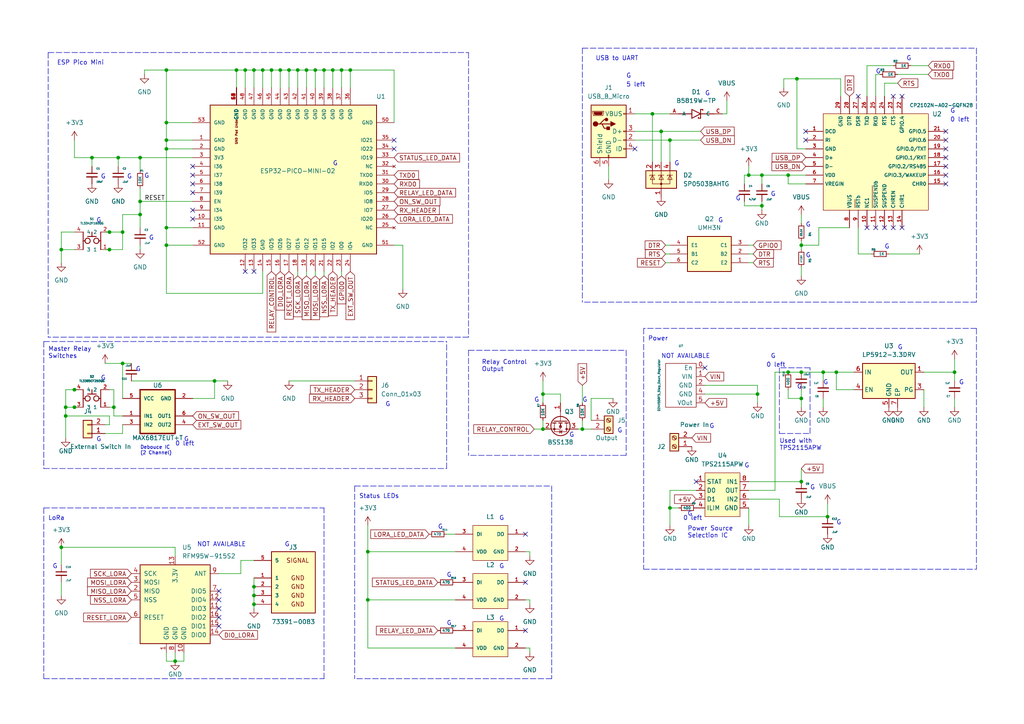
<source format=kicad_sch>
(kicad_sch (version 20211123) (generator eeschema)
  (paper "A4")
  (title_block (title "Kill Switch - Remote") (date "2023-04-12") (rev "1.1") (company "Created by: Greg Hulette") (comment 1 "- LoRa to WiFi Bridge") (comment 2 "- Buttons for Master Relay"))
  (junction (at 220.98 59.69))
  (junction (at 76.2 20.32))
  (junction (at 168.91 124.46))
  (junction (at 33.02 118.11))
  (junction (at 232.41 139.7))
  (junction (at 88.9 20.32))
  (junction (at 157.48 114.3))
  (junction (at 232.41 115.57))
  (junction (at 240.03 149.86))
  (junction (at 48.26 20.32))
  (junction (at 99.06 20.32))
  (junction (at 21.59 113.03))
  (junction (at 228.6 107.95))
  (junction (at 232.41 71.12))
  (junction (at 228.6 50.8))
  (junction (at 48.26 43.18))
  (junction (at 19.05 118.11))
  (junction (at 34.29 45.72))
  (junction (at 62.23 110.49))
  (junction (at 73.66 172.72))
  (junction (at 93.98 20.32))
  (junction (at 17.78 72.39))
  (junction (at 19.05 120.65))
  (junction (at 83.82 20.32))
  (junction (at 48.26 71.12))
  (junction (at 48.26 40.64))
  (junction (at 68.58 20.32))
  (junction (at 231.14 22.86))
  (junction (at 17.78 158.75))
  (junction (at 189.23 33.02))
  (junction (at 71.12 20.32))
  (junction (at 101.6 20.32))
  (junction (at 78.74 20.32))
  (junction (at 48.26 66.04))
  (junction (at 40.64 45.72))
  (junction (at 35.56 67.31))
  (junction (at 40.64 58.42))
  (junction (at 73.66 175.26))
  (junction (at 194.31 40.64))
  (junction (at 86.36 20.32))
  (junction (at 106.68 173.99))
  (junction (at 217.17 50.8))
  (junction (at 35.56 105.41))
  (junction (at 238.76 107.95))
  (junction (at 40.64 62.23))
  (junction (at 73.66 20.32))
  (junction (at 106.68 160.02))
  (junction (at 220.98 50.8))
  (junction (at 242.57 107.95))
  (junction (at 91.44 20.32))
  (junction (at 50.8 191.77))
  (junction (at 191.77 38.1))
  (junction (at 276.86 107.95))
  (junction (at 157.48 124.46))
  (junction (at 81.28 20.32))
  (junction (at 31.75 72.39))
  (junction (at 26.67 45.72))
  (junction (at 48.26 35.56))
  (junction (at 31.75 67.31))
  (junction (at 73.66 170.18))
  (junction (at 194.31 147.32))
  (junction (at 21.59 118.11))
  (junction (at 232.41 107.95))
  (junction (at 96.52 20.32))
  (junction (at 219.71 114.3))
  (no_connect (at 259.08 27.94))
  (no_connect (at 204.47 106.68))
  (no_connect (at 152.4 168.91))
  (no_connect (at 63.5 173.99))
  (no_connect (at 63.5 171.45))
  (no_connect (at 63.5 176.53))
  (no_connect (at 63.5 181.61))
  (no_connect (at 63.5 179.07))
  (no_connect (at 201.93 139.7))
  (no_connect (at 55.88 55.88))
  (no_connect (at 55.88 60.96))
  (no_connect (at 55.88 48.26))
  (no_connect (at 55.88 50.8))
  (no_connect (at 55.88 53.34))
  (no_connect (at 71.12 78.74))
  (no_connect (at 55.88 63.5))
  (no_connect (at 114.3 40.64))
  (no_connect (at 73.66 78.74))
  (no_connect (at 114.3 43.18))
  (no_connect (at 152.4 154.94))
  (no_connect (at 152.4 182.88))
  (no_connect (at 248.92 27.94))
  (no_connect (at 233.68 38.1))
  (no_connect (at 233.68 40.64))
  (no_connect (at 261.62 27.94))
  (no_connect (at 256.54 66.04))
  (no_connect (at 254 66.04))
  (no_connect (at 251.46 66.04))
  (no_connect (at 274.32 53.34))
  (no_connect (at 274.32 38.1))
  (no_connect (at 274.32 40.64))
  (no_connect (at 274.32 43.18))
  (no_connect (at 274.32 45.72))
  (no_connect (at 274.32 48.26))
  (no_connect (at 274.32 50.8))
  (no_connect (at 261.62 66.04))
  (no_connect (at 259.08 66.04))
  (no_connect (at 184.15 43.18))
  (polyline (pts (xy 135.89 15.24) (xy 135.89 97.79)))
  (polyline (pts (xy 102.87 140.97) (xy 160.02 140.97)))
  (polyline (pts (xy 226.06 106.68) (xy 226.06 125.73)))
  (wire (pts (xy 62.23 110.49) (xy 62.23 115.57)))
  (wire (pts (xy 193.04 76.2) (xy 194.31 76.2)))
  (wire (pts (xy 228.6 115.57) (xy 232.41 115.57)))
  (wire (pts (xy 19.05 113.03) (xy 19.05 118.11)))
  (wire (pts (xy 157.48 114.3) (xy 157.48 116.84)))
  (wire (pts (xy 238.76 107.95) (xy 242.57 107.95)))
  (wire (pts (xy 35.56 105.41) (xy 35.56 115.57)))
  (wire (pts (xy 40.64 45.72) (xy 34.29 45.72)))
  (wire (pts (xy 38.1 110.49) (xy 62.23 110.49)))
  (wire (pts (xy 55.88 71.12) (xy 48.26 71.12)))
  (wire (pts (xy 215.9 58.42) (xy 215.9 59.69)))
  (wire (pts (xy 106.68 187.96) (xy 132.08 187.96)))
  (wire (pts (xy 204.47 114.3) (xy 219.71 114.3)))
  (wire (pts (xy 254 27.94) (xy 254 21.59)))
  (wire (pts (xy 232.41 135.89) (xy 232.41 139.7)))
  (wire (pts (xy 256.54 27.94) (xy 256.54 24.13)))
  (wire (pts (xy 33.02 120.65) (xy 35.56 120.65)))
  (wire (pts (xy 224.79 107.95) (xy 228.6 107.95)))
  (polyline (pts (xy 12.7 196.85) (xy 93.98 196.85)))
  (wire (pts (xy 217.17 152.4) (xy 217.17 147.32)))
  (wire (pts (xy 48.26 66.04) (xy 55.88 66.04)))
  (wire (pts (xy 71.12 20.32) (xy 71.12 25.4)))
  (polyline (pts (xy 135.89 101.6) (xy 135.89 132.08)))
  (polyline (pts (xy 12.7 99.06) (xy 129.54 99.06)))
  (polyline (pts (xy 168.91 13.97) (xy 283.21 13.97)))
  (wire (pts (xy 17.78 168.91) (xy 17.78 172.72)))
  (wire (pts (xy 220.98 53.34) (xy 220.98 50.8)))
  (wire (pts (xy 93.98 20.32) (xy 96.52 20.32)))
  (wire (pts (xy 17.78 67.31) (xy 17.78 72.39)))
  (wire (pts (xy 73.66 170.18) (xy 73.66 172.72)))
  (wire (pts (xy 218.44 73.66) (xy 217.17 73.66)))
  (wire (pts (xy 40.64 58.42) (xy 40.64 62.23)))
  (wire (pts (xy 232.41 77.47) (xy 232.41 80.01)))
  (wire (pts (xy 55.88 115.57) (xy 62.23 115.57)))
  (wire (pts (xy 237.49 66.04) (xy 237.49 71.12)))
  (wire (pts (xy 209.55 33.02) (xy 210.82 33.02)))
  (wire (pts (xy 48.26 71.12) (xy 48.26 66.04)))
  (wire (pts (xy 48.26 43.18) (xy 48.26 40.64)))
  (wire (pts (xy 86.36 20.32) (xy 86.36 25.4)))
  (wire (pts (xy 48.26 20.32) (xy 48.26 35.56)))
  (wire (pts (xy 53.34 189.23) (xy 53.34 191.77)))
  (wire (pts (xy 240.03 146.05) (xy 240.03 149.86)))
  (wire (pts (xy 194.31 147.32) (xy 194.31 152.4)))
  (wire (pts (xy 194.31 73.66) (xy 193.04 73.66)))
  (wire (pts (xy 189.23 33.02) (xy 189.23 46.99)))
  (polyline (pts (xy 283.21 95.25) (xy 283.21 165.1)))
  (wire (pts (xy 91.44 20.32) (xy 91.44 25.4)))
  (polyline (pts (xy 12.7 135.89) (xy 129.54 135.89)))
  (wire (pts (xy 88.9 20.32) (xy 91.44 20.32)))
  (wire (pts (xy 40.64 45.72) (xy 40.64 49.53)))
  (wire (pts (xy 106.68 173.99) (xy 106.68 187.96)))
  (polyline (pts (xy 283.21 87.63) (xy 168.91 87.63)))
  (wire (pts (xy 217.17 142.24) (xy 224.79 142.24)))
  (wire (pts (xy 48.26 40.64) (xy 55.88 40.64)))
  (wire (pts (xy 35.56 62.23) (xy 35.56 67.31)))
  (polyline (pts (xy 135.89 97.79) (xy 13.97 97.79)))
  (polyline (pts (xy 135.89 101.6) (xy 181.61 101.6)))
  (wire (pts (xy 228.6 50.8) (xy 220.98 50.8)))
  (wire (pts (xy 31.75 123.19) (xy 30.48 123.19)))
  (wire (pts (xy 168.91 124.46) (xy 171.45 124.46)))
  (wire (pts (xy 21.59 40.64) (xy 21.59 45.72)))
  (wire (pts (xy 201.93 142.24) (xy 194.31 142.24)))
  (wire (pts (xy 153.67 161.29) (xy 153.67 160.02)))
  (wire (pts (xy 215.9 59.69) (xy 220.98 59.69)))
  (wire (pts (xy 30.48 72.39) (xy 31.75 72.39)))
  (polyline (pts (xy 93.98 196.85) (xy 93.98 147.32)))
  (wire (pts (xy 276.86 118.11) (xy 276.86 115.57)))
  (polyline (pts (xy 186.69 95.25) (xy 186.69 165.1)))
  (wire (pts (xy 264.16 19.05) (xy 269.24 19.05)))
  (wire (pts (xy 220.98 58.42) (xy 220.98 59.69)))
  (polyline (pts (xy 12.7 147.32) (xy 93.98 147.32)))
  (wire (pts (xy 232.41 71.12) (xy 232.41 72.39)))
  (wire (pts (xy 55.88 45.72) (xy 40.64 45.72)))
  (wire (pts (xy 86.36 20.32) (xy 88.9 20.32)))
  (wire (pts (xy 26.67 45.72) (xy 21.59 45.72)))
  (wire (pts (xy 162.56 116.84) (xy 162.56 114.3)))
  (wire (pts (xy 62.23 110.49) (xy 66.04 110.49)))
  (wire (pts (xy 17.78 72.39) (xy 21.59 72.39)))
  (wire (pts (xy 73.66 20.32) (xy 76.2 20.32)))
  (wire (pts (xy 153.67 173.99) (xy 152.4 173.99)))
  (polyline (pts (xy 168.91 13.97) (xy 168.91 87.63)))
  (wire (pts (xy 91.44 80.01) (xy 91.44 78.74)))
  (wire (pts (xy 83.82 20.32) (xy 86.36 20.32)))
  (wire (pts (xy 48.26 20.32) (xy 68.58 20.32)))
  (wire (pts (xy 176.53 48.26) (xy 176.53 52.07)))
  (wire (pts (xy 132.08 160.02) (xy 106.68 160.02)))
  (wire (pts (xy 71.12 20.32) (xy 73.66 20.32)))
  (wire (pts (xy 132.08 154.94) (xy 129.54 154.94)))
  (wire (pts (xy 40.64 71.12) (xy 40.64 72.39)))
  (wire (pts (xy 233.68 50.8) (xy 228.6 50.8)))
  (wire (pts (xy 53.34 191.77) (xy 50.8 191.77)))
  (wire (pts (xy 247.65 113.03) (xy 242.57 113.03)))
  (wire (pts (xy 220.98 59.69) (xy 220.98 60.96)))
  (polyline (pts (xy 12.7 147.32) (xy 12.7 196.85)))
  (wire (pts (xy 17.78 158.75) (xy 17.78 163.83)))
  (wire (pts (xy 88.9 80.01) (xy 88.9 78.74)))
  (wire (pts (xy 184.15 40.64) (xy 194.31 40.64)))
  (wire (pts (xy 227.33 22.86) (xy 227.33 25.4)))
  (wire (pts (xy 40.64 54.61) (xy 40.64 58.42)))
  (wire (pts (xy 219.71 114.3) (xy 219.71 116.84)))
  (polyline (pts (xy 181.61 132.08) (xy 135.89 132.08)))
  (wire (pts (xy 50.8 189.23) (xy 50.8 191.77)))
  (wire (pts (xy 81.28 20.32) (xy 83.82 20.32)))
  (wire (pts (xy 238.76 110.49) (xy 238.76 107.95)))
  (wire (pts (xy 22.86 113.03) (xy 21.59 113.03)))
  (wire (pts (xy 194.31 147.32) (xy 196.85 147.32)))
  (wire (pts (xy 48.26 189.23) (xy 48.26 191.77)))
  (wire (pts (xy 237.49 71.12) (xy 232.41 71.12)))
  (wire (pts (xy 267.97 107.95) (xy 276.86 107.95)))
  (wire (pts (xy 101.6 25.4) (xy 101.6 20.32)))
  (wire (pts (xy 76.2 78.74) (xy 76.2 85.09)))
  (wire (pts (xy 31.75 118.11) (xy 33.02 118.11)))
  (wire (pts (xy 30.48 125.73) (xy 35.56 125.73)))
  (wire (pts (xy 194.31 40.64) (xy 194.31 46.99)))
  (wire (pts (xy 48.26 191.77) (xy 50.8 191.77)))
  (wire (pts (xy 17.78 72.39) (xy 17.78 76.2)))
  (wire (pts (xy 31.75 113.03) (xy 33.02 113.03)))
  (wire (pts (xy 210.82 29.21) (xy 210.82 33.02)))
  (wire (pts (xy 167.64 124.46) (xy 168.91 124.46)))
  (wire (pts (xy 76.2 25.4) (xy 76.2 20.32)))
  (wire (pts (xy 26.67 45.72) (xy 26.67 48.26)))
  (wire (pts (xy 217.17 76.2) (xy 218.44 76.2)))
  (wire (pts (xy 73.66 175.26) (xy 73.66 176.53)))
  (wire (pts (xy 231.14 22.86) (xy 227.33 22.86)))
  (wire (pts (xy 219.71 111.76) (xy 219.71 114.3)))
  (wire (pts (xy 86.36 80.01) (xy 86.36 78.74)))
  (wire (pts (xy 157.48 124.46) (xy 160.02 124.46)))
  (wire (pts (xy 96.52 20.32) (xy 96.52 25.4)))
  (wire (pts (xy 226.06 144.78) (xy 226.06 149.86)))
  (wire (pts (xy 31.75 120.65) (xy 19.05 120.65)))
  (wire (pts (xy 73.66 172.72) (xy 73.66 175.26)))
  (wire (pts (xy 73.66 167.64) (xy 73.66 170.18)))
  (wire (pts (xy 106.68 173.99) (xy 132.08 173.99)))
  (wire (pts (xy 168.91 121.92) (xy 168.91 124.46)))
  (wire (pts (xy 194.31 142.24) (xy 194.31 147.32)))
  (wire (pts (xy 68.58 20.32) (xy 68.58 25.4)))
  (wire (pts (xy 35.56 105.41) (xy 38.1 105.41)))
  (wire (pts (xy 153.67 187.96) (xy 152.4 187.96)))
  (wire (pts (xy 106.68 152.4) (xy 106.68 160.02)))
  (wire (pts (xy 232.41 107.95) (xy 238.76 107.95)))
  (wire (pts (xy 228.6 107.95) (xy 232.41 107.95)))
  (wire (pts (xy 41.91 20.32) (xy 48.26 20.32)))
  (wire (pts (xy 22.86 118.11) (xy 21.59 118.11)))
  (polyline (pts (xy 226.06 125.73) (xy 234.95 125.73)))
  (wire (pts (xy 242.57 107.95) (xy 247.65 107.95)))
  (wire (pts (xy 233.68 53.34) (xy 228.6 53.34)))
  (wire (pts (xy 224.79 107.95) (xy 224.79 142.24)))
  (wire (pts (xy 48.26 85.09) (xy 48.26 71.12)))
  (wire (pts (xy 33.02 118.11) (xy 33.02 120.65)))
  (wire (pts (xy 276.86 104.14) (xy 276.86 107.95)))
  (wire (pts (xy 35.56 125.73) (xy 35.56 123.19)))
  (wire (pts (xy 34.29 45.72) (xy 34.29 48.26)))
  (polyline (pts (xy 160.02 140.97) (xy 160.02 196.85)))
  (polyline (pts (xy 181.61 101.6) (xy 181.61 132.08)))
  (wire (pts (xy 184.15 33.02) (xy 189.23 33.02)))
  (wire (pts (xy 232.41 139.7) (xy 217.17 139.7)))
  (wire (pts (xy 99.06 20.32) (xy 101.6 20.32)))
  (wire (pts (xy 114.3 20.32) (xy 101.6 20.32)))
  (wire (pts (xy 78.74 20.32) (xy 78.74 25.4)))
  (wire (pts (xy 35.56 62.23) (xy 40.64 62.23)))
  (polyline (pts (xy 102.87 140.97) (xy 102.87 196.85)))
  (wire (pts (xy 96.52 20.32) (xy 99.06 20.32)))
  (wire (pts (xy 226.06 149.86) (xy 240.03 149.86)))
  (wire (pts (xy 116.84 71.12) (xy 116.84 83.82)))
  (wire (pts (xy 191.77 38.1) (xy 191.77 46.99)))
  (wire (pts (xy 153.67 160.02) (xy 152.4 160.02)))
  (polyline (pts (xy 129.54 135.89) (xy 129.54 99.06)))
  (wire (pts (xy 233.68 43.18) (xy 231.14 43.18)))
  (polyline (pts (xy 186.69 165.1) (xy 283.21 165.1)))
  (wire (pts (xy 153.67 175.26) (xy 153.67 173.99)))
  (wire (pts (xy 162.56 114.3) (xy 157.48 114.3)))
  (wire (pts (xy 81.28 20.32) (xy 81.28 25.4)))
  (wire (pts (xy 248.92 73.66) (xy 252.73 73.66)))
  (wire (pts (xy 35.56 67.31) (xy 35.56 72.39)))
  (wire (pts (xy 41.91 20.32) (xy 41.91 21.59)))
  (wire (pts (xy 251.46 27.94) (xy 251.46 19.05)))
  (wire (pts (xy 88.9 20.32) (xy 88.9 25.4)))
  (wire (pts (xy 232.41 62.23) (xy 232.41 64.77)))
  (wire (pts (xy 254 21.59) (xy 255.27 21.59)))
  (wire (pts (xy 232.41 113.03) (xy 232.41 115.57)))
  (wire (pts (xy 30.48 105.41) (xy 35.56 105.41)))
  (wire (pts (xy 93.98 20.32) (xy 93.98 25.4)))
  (wire (pts (xy 157.48 110.49) (xy 157.48 114.3)))
  (wire (pts (xy 31.75 67.31) (xy 35.56 67.31)))
  (wire (pts (xy 50.8 161.29) (xy 50.8 158.75)))
  (wire (pts (xy 248.92 66.04) (xy 248.92 73.66)))
  (wire (pts (xy 93.98 80.01) (xy 93.98 78.74)))
  (wire (pts (xy 153.67 189.23) (xy 153.67 187.96)))
  (wire (pts (xy 50.8 158.75) (xy 17.78 158.75)))
  (wire (pts (xy 69.85 166.37) (xy 69.85 162.56)))
  (wire (pts (xy 217.17 48.26) (xy 217.17 50.8)))
  (wire (pts (xy 83.82 20.32) (xy 83.82 25.4)))
  (wire (pts (xy 40.64 58.42) (xy 55.88 58.42)))
  (wire (pts (xy 63.5 166.37) (xy 69.85 166.37)))
  (wire (pts (xy 106.68 160.02) (xy 106.68 173.99)))
  (wire (pts (xy 30.48 67.31) (xy 31.75 67.31)))
  (wire (pts (xy 17.78 67.31) (xy 21.59 67.31)))
  (polyline (pts (xy 283.21 13.97) (xy 283.21 87.63)))
  (wire (pts (xy 243.84 27.94) (xy 243.84 22.86)))
  (wire (pts (xy 232.41 69.85) (xy 232.41 71.12)))
  (wire (pts (xy 215.9 50.8) (xy 217.17 50.8)))
  (wire (pts (xy 48.26 43.18) (xy 55.88 43.18)))
  (polyline (pts (xy 12.7 99.06) (xy 12.7 135.89)))
  (wire (pts (xy 168.91 111.76) (xy 168.91 116.84)))
  (wire (pts (xy 91.44 20.32) (xy 93.98 20.32)))
  (wire (pts (xy 19.05 113.03) (xy 21.59 113.03)))
  (wire (pts (xy 217.17 50.8) (xy 220.98 50.8)))
  (wire (pts (xy 73.66 20.32) (xy 73.66 25.4)))
  (wire (pts (xy 114.3 35.56) (xy 114.3 20.32)))
  (wire (pts (xy 171.45 121.92) (xy 171.45 115.57)))
  (polyline (pts (xy 234.95 106.68) (xy 226.06 106.68)))
  (wire (pts (xy 257.81 73.66) (xy 266.7 73.66)))
  (wire (pts (xy 232.41 115.57) (xy 232.41 118.11)))
  (wire (pts (xy 217.17 144.78) (xy 226.06 144.78)))
  (polyline (pts (xy 283.21 95.25) (xy 186.69 95.25)))
  (wire (pts (xy 40.64 62.23) (xy 40.64 66.04)))
  (wire (pts (xy 55.88 35.56) (xy 48.26 35.56)))
  (wire (pts (xy 189.23 33.02) (xy 194.31 33.02)))
  (wire (pts (xy 69.85 162.56) (xy 73.66 162.56)))
  (wire (pts (xy 154.94 124.46) (xy 157.48 124.46)))
  (wire (pts (xy 184.15 38.1) (xy 191.77 38.1)))
  (wire (pts (xy 31.75 120.65) (xy 31.75 123.19)))
  (wire (pts (xy 78.74 20.32) (xy 81.28 20.32)))
  (wire (pts (xy 48.26 35.56) (xy 48.26 40.64)))
  (polyline (pts (xy 160.02 196.85) (xy 102.87 196.85)))
  (wire (pts (xy 215.9 53.34) (xy 215.9 50.8)))
  (wire (pts (xy 83.82 110.49) (xy 102.87 110.49)))
  (wire (pts (xy 19.05 118.11) (xy 19.05 120.65)))
  (wire (pts (xy 34.29 45.72) (xy 26.67 45.72)))
  (wire (pts (xy 157.48 121.92) (xy 157.48 124.46)))
  (wire (pts (xy 260.35 21.59) (xy 269.24 21.59)))
  (wire (pts (xy 191.77 38.1) (xy 203.2 38.1)))
  (wire (pts (xy 48.26 66.04) (xy 48.26 43.18)))
  (wire (pts (xy 231.14 43.18) (xy 231.14 22.86)))
  (polyline (pts (xy 234.95 125.73) (xy 234.95 106.68)))
  (wire (pts (xy 19.05 120.65) (xy 19.05 127)))
  (wire (pts (xy 76.2 20.32) (xy 78.74 20.32)))
  (wire (pts (xy 76.2 85.09) (xy 48.26 85.09)))
  (wire (pts (xy 276.86 110.49) (xy 276.86 107.95)))
  (wire (pts (xy 256.54 24.13) (xy 260.35 24.13)))
  (wire (pts (xy 217.17 71.12) (xy 218.44 71.12)))
  (wire (pts (xy 242.57 113.03) (xy 242.57 107.95)))
  (wire (pts (xy 193.04 71.12) (xy 194.31 71.12)))
  (polyline (pts (xy 13.97 15.24) (xy 135.89 15.24)))
  (wire (pts (xy 228.6 53.34) (xy 228.6 50.8)))
  (wire (pts (xy 237.49 66.04) (xy 246.38 66.04)))
  (wire (pts (xy 204.47 111.76) (xy 219.71 111.76)))
  (wire (pts (xy 33.02 113.03) (xy 33.02 118.11)))
  (wire (pts (xy 238.76 115.57) (xy 238.76 118.11)))
  (wire (pts (xy 31.75 72.39) (xy 35.56 72.39)))
  (wire (pts (xy 251.46 19.05) (xy 259.08 19.05)))
  (wire (pts (xy 68.58 20.32) (xy 71.12 20.32)))
  (wire (pts (xy 243.84 22.86) (xy 231.14 22.86)))
  (wire (pts (xy 194.31 40.64) (xy 203.2 40.64)))
  (wire (pts (xy 267.97 118.11) (xy 267.97 113.03)))
  (wire (pts (xy 99.06 78.74) (xy 99.06 80.01)))
  (wire (pts (xy 99.06 20.32) (xy 99.06 25.4)))
  (wire (pts (xy 171.45 115.57) (xy 177.8 115.57)))
  (wire (pts (xy 114.3 71.12) (xy 116.84 71.12)))
  (wire (pts (xy 19.05 118.11) (xy 21.59 118.11)))
  (polyline (pts (xy 13.97 15.24) (xy 13.97 97.79)))
  (wire (pts (xy 228.6 113.03) (xy 228.6 115.57)))
  (text "G" (at 215.9 135.89 0) (effects (font (size 1.27 1.27)) (justify left bottom)))
  (text "G" (at 15.24 165.1 0) (effects (font (size 1.27 1.27)) (justify left bottom)))
  (text "G" (at 254 21.59 0) (effects (font (size 1.27 1.27)) (justify left bottom)))
  (text "0 left" (at 275.59 35.56 0) (effects (font (size 1.27 1.27)) (justify left bottom)))
  (text "G" (at 39.37 107.95 0) (effects (font (size 1.27 1.27)) (justify left bottom)))
  (text "Power" (at 187.96 99.06 0) (effects (font (size 1.27 1.27)) (justify left bottom)))
  (text "G" (at 96.52 48.26 0) (effects (font (size 1.27 1.27)) (justify left bottom)))
  (text "G" (at 43.18 69.85 0) (effects (font (size 1.27 1.27)) (justify left bottom)))
  (text "G" (at 111.76 118.11 0) (effects (font (size 1.27 1.27)) (justify left bottom)))
  (text "G" (at 41.8215 51.8785 0) (effects (font (size 1.27 1.27)) (justify left bottom)))
  (text "G" (at 205.74 124.46 0) (effects (font (size 1.27 1.27)) (justify left bottom)))
  (text "G" (at 233.68 66.04 0) (effects (font (size 1.27 1.27)) (justify left bottom)))
  (text "G" (at 165.1 127 0) (effects (font (size 1.27 1.27)) (justify left bottom)))
  (text "G" (at 36.83 52.07 0) (effects (font (size 1.27 1.27)) (justify left bottom)))
  (text "G" (at 82.55 158.75 0) (effects (font (size 1.27 1.27)) (justify left bottom)))
  (text "G" (at 223.52 57.15 0) (effects (font (size 1.27 1.27)) (justify left bottom)))
  (text "NOT AVAILABLE" (at 57.15 158.75 0) (effects (font (size 1.27 1.27)) (justify left bottom)))
  (text "G" (at 223.52 104.14 0) (effects (font (size 1.27 1.27)) (justify left bottom)))
  (text "Debouce IC \n(2 Channel)\n" (at 40.64 132.08 0) (effects (font (size 1 1)) (justify left bottom)))
  (text "G" (at 144.78 180.34 0) (effects (font (size 1.27 1.27)) (justify left bottom)))
  (text "G" (at 199.39 149.86 0) (effects (font (size 1.27 1.27)) (justify left bottom)))
  (text "G" (at 242.57 152.4 0) (effects (font (size 1.27 1.27)) (justify left bottom)))
  (text "G" (at 256.54 72.39 0) (effects (font (size 1.27 1.27)) (justify left bottom)))
  (text "ESP Pico Mini" (at 16.51 19.05 0) (effects (font (size 1.27 1.27)) (justify left bottom)))
  (text "G" (at 231.14 113.03 0) (effects (font (size 1.27 1.27)) (justify left bottom)))
  (text "G" (at 208.28 64.77 0) (effects (font (size 1.27 1.27)) (justify left bottom)))
  (text "G" (at 234.95 142.24 0) (effects (font (size 1.27 1.27)) (justify left bottom)))
  (text "G" (at 29.21 110.49 0) (effects (font (size 1.27 1.27)) (justify left bottom)))
  (text "Relay Control\nOutput" (at 139.7 107.95 0) (effects (font (size 1.27 1.27)) (justify left bottom)))
  (text "NOT AVAILABLE" (at 191.77 104.14 0) (effects (font (size 1.27 1.27)) (justify left bottom)))
  (text "G" (at 262.89 17.78 0) (effects (font (size 1.27 1.27)) (justify left bottom)))
  (text "G" (at 27.94 64.77 0) (effects (font (size 1.27 1.27)) (justify left bottom)))
  (text "G" (at 181.61 22.86 0) (effects (font (size 1.27 1.27)) (justify left bottom)))
  (text "G" (at 204.47 27.94 0) (effects (font (size 1.27 1.27)) (justify left bottom)))
  (text "G" (at 179.07 125.73 0) (effects (font (size 1.27 1.27)) (justify left bottom)))
  (text "G" (at 213.36 58.42 0) (effects (font (size 1.27 1.27)) (justify left bottom)))
  (text "Master Relay \nSwitches" (at 13.97 104.14 0) (effects (font (size 1.27 1.27)) (justify left bottom)))
  (text "G" (at 53.34 128.27 0) (effects (font (size 1.27 1.27)) (justify left bottom)))
  (text "0 left" (at 198.12 151.13 0) (effects (font (size 1.27 1.27)) (justify left bottom)))
  (text "5 left" (at 181.61 25.4 0) (effects (font (size 1.27 1.27)) (justify left bottom)))
  (text "G" (at 127 153.67 0) (effects (font (size 1.27 1.27)) (justify left bottom)))
  (text "G" (at 233.68 74.93 0) (effects (font (size 1.27 1.27)) (justify left bottom)))
  (text "G" (at 29.21 52.07 0) (effects (font (size 1.27 1.27)) (justify left bottom)))
  (text "LoRa" (at 13.97 151.13 0) (effects (font (size 1.27 1.27)) (justify left bottom)))
  (text "G" (at 144.78 165.1 0) (effects (font (size 1.27 1.27)) (justify left bottom)))
  (text "G" (at 238.76 111.76 0) (effects (font (size 1.27 1.27)) (justify left bottom)))
  (text "Power Source \nSelection IC" (at 199.39 156.21 0) (effects (font (size 1.27 1.27)) (justify left bottom)))
  (text "G" (at 144.78 151.13 0) (effects (font (size 1.27 1.27)) (justify left bottom)))
  (text "G" (at 129.54 181.61 0) (effects (font (size 1.27 1.27)) (justify left bottom)))
  (text "Status LEDs" (at 104.14 144.78 0) (effects (font (size 1.27 1.27)) (justify left bottom)))
  (text "G" (at 168.91 116.84 0) (effects (font (size 1.27 1.27)) (justify left bottom)))
  (text "Used with \nTPS2115APW" (at 226.06 130.81 0) (effects (font (size 1.27 1.27)) (justify left bottom)))
  (text "G" (at 27.94 128.27 0) (effects (font (size 1.27 1.27)) (justify left bottom)))
  (text "G" (at 129.54 167.64 0) (effects (font (size 1.27 1.27)) (justify left bottom)))
  (text "G" (at 154.94 116.84 0) (effects (font (size 1.27 1.27)) (justify left bottom)))
  (text "G" (at 195.58 48.26 0) (effects (font (size 1.27 1.27)) (justify left bottom)))
  (text "USB to UART" (at 172.72 17.78 0) (effects (font (size 1.27 1.27)) (justify left bottom)))
  (text "G" (at 278.13 111.76 0) (effects (font (size 1.27 1.27)) (justify left bottom)))
  (text "0 left" (at 222.25 106.68 0) (effects (font (size 1.27 1.27)) (justify left bottom)))
  (text "G" (at 260.35 101.6 0) (effects (font (size 1.27 1.27)) (justify left bottom)))
  (text "0 left" (at 50.8 129.54 0) (effects (font (size 1.27 1.27)) (justify left bottom)))
  (text "G" (at 275.59 33.02 0) (effects (font (size 1.27 1.27)) (justify left bottom)))
  (label "RESET" (at 41.91 58.42 0))
  (global_label "+5V" (shape input) (at 201.93 144.78 180) (property "Intersheet References" "${INTERSHEET_REFS}" (effects hide)))
  (global_label "SCK_LORA" (shape input) (at 38.1 166.37 180) (property "Intersheet References" "${INTERSHEET_REFS}" (effects hide)))
  (global_label "EXT_SW_OUT" (shape input) (at 101.6 78.74 270) (property "Intersheet References" "${INTERSHEET_REFS}" (effects hide)))
  (global_label "TXD0" (shape input) (at 114.3 50.8 0) (property "Intersheet References" "${INTERSHEET_REFS}" (effects hide)))
  (global_label "+5V" (shape input) (at 168.91 111.76 90) (property "Intersheet References" "${INTERSHEET_REFS}" (effects hide)))
  (global_label "TXD0" (shape input) (at 269.24 21.59 0) (property "Intersheet References" "${INTERSHEET_REFS}" (effects hide)))
  (global_label "DI0_LORA" (shape input) (at 81.28 78.74 270) (property "Intersheet References" "${INTERSHEET_REFS}" (effects hide)))
  (global_label "+5V" (shape input) (at 232.41 135.89 0) (property "Intersheet References" "${INTERSHEET_REFS}" (effects hide)))
  (global_label "GPIO0" (shape input) (at 218.44 71.12 0) (property "Intersheet References" "${INTERSHEET_REFS}" (effects hide)))
  (global_label "EXT_SW_OUT" (shape input) (at 55.88 123.19 0) (property "Intersheet References" "${INTERSHEET_REFS}" (effects hide)))
  (global_label "MOSI_LORA" (shape input) (at 38.1 168.91 180) (property "Intersheet References" "${INTERSHEET_REFS}" (effects hide)))
  (global_label "NSS_LORA" (shape input) (at 38.1 173.99 180) (property "Intersheet References" "${INTERSHEET_REFS}" (effects hide)))
  (global_label "LORA_LED_DATA" (shape input) (at 114.3 63.5 0) (property "Intersheet References" "${INTERSHEET_REFS}" (effects hide)))
  (global_label "VIN" (shape input) (at 204.47 109.22 0) (property "Intersheet References" "${INTERSHEET_REFS}" (effects hide)))
  (global_label "RELAY_LED_DATA" (shape input) (at 114.3 55.88 0) (property "Intersheet References" "${INTERSHEET_REFS}" (effects hide)))
  (global_label "MISO_LORA" (shape input) (at 38.1 171.45 180) (property "Intersheet References" "${INTERSHEET_REFS}" (effects hide)))
  (global_label "RTS" (shape input) (at 218.44 76.2 0) (property "Intersheet References" "${INTERSHEET_REFS}" (effects hide)))
  (global_label "DTR" (shape input) (at 193.04 71.12 180) (property "Intersheet References" "${INTERSHEET_REFS}" (effects hide)))
  (global_label "GPIO0" (shape input) (at 99.06 80.01 270) (property "Intersheet References" "${INTERSHEET_REFS}" (effects hide)))
  (global_label "USB_DP" (shape input) (at 203.2 38.1 0) (property "Intersheet References" "${INTERSHEET_REFS}" (effects hide)))
  (global_label "USB_DN" (shape input) (at 233.68 48.26 180) (property "Intersheet References" "${INTERSHEET_REFS}" (effects hide)))
  (global_label "RESET_LORA" (shape input) (at 38.1 179.07 180) (property "Intersheet References" "${INTERSHEET_REFS}" (effects hide)))
  (global_label "USB_DN" (shape input) (at 203.2 40.64 0) (property "Intersheet References" "${INTERSHEET_REFS}" (effects hide)))
  (global_label "STATUS_LED_DATA" (shape input) (at 127 168.91 180) (property "Intersheet References" "${INTERSHEET_REFS}" (effects hide)))
  (global_label "VIN" (shape input) (at 200.66 127 0) (property "Intersheet References" "${INTERSHEET_REFS}" (effects hide)))
  (global_label "MISO_LORA" (shape input) (at 88.9 80.01 270) (property "Intersheet References" "${INTERSHEET_REFS}" (effects hide)))
  (global_label "LORA_LED_DATA" (shape input) (at 124.46 154.94 180) (property "Intersheet References" "${INTERSHEET_REFS}" (effects hide)))
  (global_label "RTS" (shape input) (at 193.04 73.66 180) (property "Intersheet References" "${INTERSHEET_REFS}" (effects hide)))
  (global_label "RXD0" (shape input) (at 114.3 53.34 0) (property "Intersheet References" "${INTERSHEET_REFS}" (effects hide)))
  (global_label "RELAY_CONTROL" (shape input) (at 78.74 78.74 270) (property "Intersheet References" "${INTERSHEET_REFS}" (effects hide)))
  (global_label "DTR" (shape input) (at 218.44 73.66 0) (property "Intersheet References" "${INTERSHEET_REFS}" (effects hide)))
  (global_label "RESET_LORA" (shape input) (at 83.82 78.74 270) (property "Intersheet References" "${INTERSHEET_REFS}" (effects hide)))
  (global_label "STATUS_LED_DATA" (shape input) (at 114.3 45.72 0) (property "Intersheet References" "${INTERSHEET_REFS}" (effects hide)))
  (global_label "ON_SW_OUT" (shape input) (at 55.88 120.65 0) (property "Intersheet References" "${INTERSHEET_REFS}" (effects hide)))
  (global_label "RELAY_LED_DATA" (shape input) (at 127 182.88 180) (property "Intersheet References" "${INTERSHEET_REFS}" (effects hide)))
  (global_label "ON_SW_OUT" (shape input) (at 114.3 58.42 0) (property "Intersheet References" "${INTERSHEET_REFS}" (effects hide)))
  (global_label "RESET" (shape input) (at 193.04 76.2 180) (property "Intersheet References" "${INTERSHEET_REFS}" (effects hide)))
  (global_label "+5V" (shape input) (at 204.47 116.84 0) (property "Intersheet References" "${INTERSHEET_REFS}" (effects hide)))
  (global_label "RXD0" (shape input) (at 269.24 19.05 0) (property "Intersheet References" "${INTERSHEET_REFS}" (effects hide)))
  (global_label "RTS" (shape input) (at 260.35 24.13 0) (property "Intersheet References" "${INTERSHEET_REFS}" (effects hide)))
  (global_label "SCK_LORA" (shape input) (at 86.36 80.01 270) (property "Intersheet References" "${INTERSHEET_REFS}" (effects hide)))
  (global_label "DTR" (shape input) (at 246.38 27.94 90) (property "Intersheet References" "${INTERSHEET_REFS}" (effects hide)))
  (global_label "RX_HEADER" (shape input) (at 114.3 60.96 0) (property "Intersheet References" "${INTERSHEET_REFS}" (effects hide)))
  (global_label "USB_DP" (shape input) (at 233.68 45.72 180) (property "Intersheet References" "${INTERSHEET_REFS}" (effects hide)))
  (global_label "TX_HEADER" (shape input) (at 102.87 113.03 180) (property "Intersheet References" "${INTERSHEET_REFS}" (effects hide)))
  (global_label "TX_HEADER" (shape input) (at 96.52 78.74 270) (property "Intersheet References" "${INTERSHEET_REFS}" (effects hide)))
  (global_label "NSS_LORA" (shape input) (at 93.98 80.01 270) (property "Intersheet References" "${INTERSHEET_REFS}" (effects hide)))
  (global_label "RX_HEADER" (shape input) (at 102.87 115.57 180) (property "Intersheet References" "${INTERSHEET_REFS}" (effects hide)))
  (global_label "MOSI_LORA" (shape input) (at 91.44 80.01 270) (property "Intersheet References" "${INTERSHEET_REFS}" (effects hide)))
  (global_label "DI0_LORA" (shape input) (at 63.5 184.15 0) (property "Intersheet References" "${INTERSHEET_REFS}" (effects hide)))
  (global_label "RELAY_CONTROL" (shape input) (at 154.94 124.46 180) (property "Intersheet References" "${INTERSHEET_REFS}" (effects hide)))
  (symbol (lib_id "power:GND") (at 41.91 21.59 0) (unit 1)
    (property "Reference" "#PWR0136" (effects hide))
    (property "Value" "GND" (at 41.91 26.67 0))
  )
  (symbol (lib_id "power:GND") (at 217.17 152.4 0) (unit 1)
    (property "Reference" "#PWR0110" (effects hide))
    (property "Value" "GND" (at 217.17 156.21 0))
  )
  (symbol (lib_id "power:GND") (at 227.33 25.4 0) (unit 1)
    (property "Reference" "#PWR0108" (effects hide))
    (property "Value" "GND" (at 227.33 30.48 0))
  )
  (symbol (lib_id "LED:WS2812B-2020") (at 142.24 157.48 0) (unit 1)
    (property "Reference" "L1" (at 142.24 149.86 0))
    (property "Value" "WS2812B-2020" (effects hide))
    (property "Footprint" "Custom:WS2812B-2020" (effects hide))
    (property "Manufacturers Name" "Worldsemi" (effects hide))
    (property "Manufacturers Part Number" "WS2812B-2020" (effects hide))
    (property "LCSC" "C965555" (effects hide))
  )
  (symbol (lib_id "Device:C_Small") (at 40.64 68.58 0) (unit 1)
    (property "Reference" "C3" (at 41.91 66.6813 0) (effects (font (size 0.5 0.5)) (justify left)))
    (property "Value" ".1uF" (at 41.91 70.4913 0) (effects (font (size 0.5 0.5)) (justify left)))
    (property "Footprint" "Capacitor_SMD:C_0402_1005Metric" (effects hide))
    (property "Datasheet" "https://www.we-online.com/katalog/datasheet/885012206020.pdf" (effects hide))
    (property "Manufacturers Name" " Samsung Electro-Mechanics" (effects hide))
    (property "Manufacturers Part Number" "CL05B104KB54PNC" (effects hide))
    (property "LCSC" "C307331" (effects hide))
  )
  (symbol (lib_id "power:GND") (at 220.98 60.96 0) (unit 1)
    (property "Reference" "#PWR0105" (effects hide))
    (property "Value" "GND" (at 220.98 64.77 0))
  )
  (symbol (lib_id "Device:C_Small") (at 220.98 55.88 0) (unit 1)
    (property "Reference" "C5" (at 222.25 53.9813 0) (effects (font (size 0.5 0.5)) (justify left)))
    (property "Value" ".1uF" (at 222.25 57.7913 0) (effects (font (size 0.5 0.5)) (justify left)))
    (property "Footprint" "Capacitor_SMD:C_0402_1005Metric" (effects hide))
    (property "Datasheet" "https://www.we-online.com/katalog/datasheet/885012206020.pdf" (effects hide))
    (property "Manufacturers Name" "Samsung Electro-Mechanics" (effects hide))
    (property "Manufacturers Part Number" "CL05B104KB54PNC" (effects hide))
    (property "LCSC" "C307331" (effects hide))
  )
  (symbol (lib_id "Device:R_Small") (at 129.54 182.88 270) (unit 1)
    (property "Reference" "R17" (at 130.8101 181.61 90) (effects (font (size 0.5 0.5)) (justify left)))
    (property "Value" "470" (at 128.2701 182.88 90) (effects (font (size 0.75 0.75)) (justify left)))
    (property "Footprint" "Resistor_SMD:R_0402_1005Metric" (effects hide))
    (property "Datasheet" "https://www.yageo.com/upload/media/product/productsearch/datasheet/rchip/PYu-RC_Group_51_RoHS_L_12.pdf" (effects hide))
    (property "Manufacturers Name" "YAGEO" (effects hide))
    (property "Manufacturers Part Number" "RT0402BRD07470RL" (effects hide))
    (property "LCSC" "C852799" (effects hide))
  )
  (symbol (lib_id "power:GND") (at 66.04 110.49 0) (unit 1)
    (property "Reference" "#PWR0127" (effects hide))
    (property "Value" "GND" (at 66.04 115.57 0))
  )
  (symbol (lib_id "power:GND") (at 177.8 115.57 0) (unit 1)
    (property "Reference" "#PWR0142" (effects hide))
    (property "Value" "GND" (at 177.8 119.38 0))
  )
  (symbol (lib_id "Regulator_Linear:LP5912-3.3DRV") (at 257.81 110.49 0) (unit 1)
    (property "Reference" "U3" (at 257.81 100.33 0))
    (property "Value" "LP5912-3.3DRV" (at 257.81 102.87 0))
    (property "Footprint" "Package_SON:WSON-6-1EP_2x2mm_P0.65mm_EP1x1.6mm_ThermalVias" (effects hide))
    (property "Datasheet" "http://www.ti.com/lit/ds/symlink/lp5912.pdf" (effects hide))
    (property "Manufacturers Name" "Texas Instruments" (effects hide))
    (property "Manufacturers Part Number" "LP5912Q3.3DRVTQ1" (effects hide))
    (property "LCSC" "C2876187" (effects hide))
  )
  (symbol (lib_id "Device:R_Small") (at 129.54 168.91 270) (unit 1)
    (property "Reference" "R16" (at 130.8101 167.64 90) (effects (font (size 0.5 0.5)) (justify left)))
    (property "Value" "470" (at 128.2701 168.91 90) (effects (font (size 0.75 0.75)) (justify left)))
    (property "Footprint" "Resistor_SMD:R_0402_1005Metric" (effects hide))
    (property "Datasheet" "https://www.yageo.com/upload/media/product/productsearch/datasheet/rchip/PYu-RC_Group_51_RoHS_L_12.pdf" (effects hide))
    (property "Manufacturers Name" "YAGEO" (effects hide))
    (property "Manufacturers Part Number" "RT0402BRD07470RL" (effects hide))
    (property "LCSC" "C852799" (effects hide))
  )
  (symbol (lib_id "Device:C_Small") (at 240.03 152.4 0) (unit 1)
    (property "Reference" "C12" (at 241.3 150.5013 0) (effects (font (size 0.5 0.5)) (justify left)))
    (property "Value" ".1uF" (at 241.3 154.3113 0) (effects (font (size 0.5 0.5)) (justify left)))
    (property "Footprint" "Capacitor_SMD:C_0402_1005Metric" (effects hide))
    (property "Datasheet" "https://www.we-online.com/katalog/datasheet/885012206020.pdf" (effects hide))
    (property "Manufacturers Name" "Samsung Electro-Mechanics" (effects hide))
    (property "Manufacturers Part Number" "CL05B104KB54PNC" (effects hide))
    (property "LCSC" "C307331" (effects hide))
  )
  (symbol (lib_id "power:+3.3V") (at 106.68 152.4 0) (unit 1)
    (property "Reference" "#PWR0130" (effects hide))
    (property "Value" "+3.3V" (at 106.68 147.32 0))
  )
  (symbol (lib_id "power:GND") (at 257.81 118.11 0) (unit 1)
    (property "Reference" "#PWR0121" (effects hide))
    (property "Value" "GND" (at 257.81 121.92 0))
  )
  (symbol (lib_id "power:GND") (at 153.67 175.26 0) (unit 1)
    (property "Reference" "#PWR0128" (effects hide))
    (property "Value" "GND" (at 153.67 180.34 0))
  )
  (symbol (lib_id "power:GND") (at 191.77 57.15 0) (unit 1)
    (property "Reference" "#PWR0103" (effects hide))
    (property "Value" "GND" (at 191.77 62.23 0))
  )
  (symbol (lib_id "Custom:CP2102N-A02-GQFN28") (at 254 45.72 0) (unit 1)
    (property "Reference" "U2" (at 271.78 33.0706 0))
    (property "Value" "CP2102N-A02-GQFN28" (at 273.05 30.5307 0) (effects (font (size 1.016 1.016))))
    (property "Footprint" "Package_DFN_QFN:QFN-28-1EP_5x5mm_P0.5mm_EP3.35x3.35mm" (effects hide))
    (property "Manufacturers Name" "Silicon Labs" (effects hide))
    (property "Manufacturers Part Number" "CP2102N-A02-GQFN28" (effects hide))
    (property "Digikey Part Number" "336-5889-ND" (effects hide))
    (property "Mouser Part Number" "634-CP2102NA02GQFN28 " (effects hide))
    (property "LCSC" "C1550553" (effects hide))
  )
  (symbol (lib_id "Device:R_Small") (at 232.41 74.93 0) (unit 1)
    (property "Reference" "R5" (at 234.95 76.1999 90) (effects (font (size 0.6 0.6)) (justify left)))
    (property "Value" "47.5K" (at 232.41 76.1999 90) (effects (font (size 0.5 0.5)) (justify left)))
    (property "Footprint" "Resistor_SMD:R_0402_1005Metric" (effects hide))
    (property "Datasheet" "https://www.yageo.com/upload/media/product/productsearch/datasheet/rchip/PYu-RC_Group_51_RoHS_L_12.pdf" (effects hide))
    (property "Manufacturers Name" "YAGEO" (effects hide))
    (property "Manufacturers Part Number" "RC0402FR-0747K5L" (effects hide))
    (property "Digikey Part Number" "311-47.5KLRCT-ND" (effects hide))
    (property "Mouser Part Number" "603-RC0402FR-0747K5L " (effects hide))
    (property "LCSC" "C137974" (effects hide))
  )
  (symbol (lib_id "power:+3.3V") (at 30.48 105.41 0) (unit 1)
    (property "Reference" "#PWR0132" (effects hide))
    (property "Value" "+3.3V" (at 30.48 100.33 0))
  )
  (symbol (lib_id "power:GND") (at 50.8 191.77 0) (unit 1)
    (property "Reference" "#PWR0141" (effects hide))
    (property "Value" "GND" (at 50.8 195.58 0))
  )
  (symbol (lib_id "power:VBUS") (at 240.03 146.05 0) (unit 1)
    (property "Reference" "#PWR0118" (effects hide))
    (property "Value" "VBUS" (at 240.03 140.97 0))
  )
  (symbol (lib_id "Power_Protection:SP0503BAHT") (at 191.77 52.07 0) (unit 1)
    (property "Reference" "D2" (at 198.12 50.7999 0) (effects (justify left)))
    (property "Value" "SP0503BAHTG" (at 198.12 53.3399 0) (effects (justify left)))
    (property "Footprint" "Package_TO_SOT_SMD:SOT-143" (effects hide))
    (property "Datasheet" "http://www.littelfuse.com/~/media/files/littelfuse/technical%20resources/documents/data%20sheets/sp05xxba.pdf" (effects hide))
    (property "Manufacturers Name" "Littelfuse Inc." (effects hide))
    (property "Manufacturers Part Number" "SP0503BAHTG" (effects hide))
    (property "Digikey Part Number" "F2715CT-ND" (effects hide))
    (property "Mouser Part Number" "576-SP0503BAHTG " (effects hide))
    (property "LCSC" "C7074" (effects hide))
  )
  (symbol (lib_id "Custom:TPS2115APW") (at 209.55 142.24 0) (unit 1)
    (property "Reference" "U4" (at 209.55 132.08 0))
    (property "Value" "TPS2115APW" (at 209.55 134.62 0))
    (property "Footprint" "Package_SO:TSSOP-8_4.4x3mm_P0.65mm" (effects hide))
    (property "Datasheet" "https://www.ti.com/general/docs/suppproductinfo.tsp?distId=10&gotoUrl=https%3A%2F%2Fwww.ti.com%2Flit%2Fgpn%2Ftps2114a" (effects hide))
    (property "Manufacturers Name" "Texas Instruments" (effects hide))
    (property "Manufacturers Part Number" "TPS2115APWR" (effects hide))
    (property "Digikey Part Number" "296-26918-5-ND" (effects hide))
    (property "Mouser Part Number" "595-TPS2115APW " (effects hide))
    (property "LCSC" "C70287" (effects hide))
  )
  (symbol (lib_id "power:GND") (at 232.41 80.01 0) (unit 1)
    (property "Reference" "#PWR0104" (effects hide))
    (property "Value" "GND" (at 232.41 85.09 0))
  )
  (symbol (lib_id "power:GND") (at 267.97 118.11 0) (unit 1)
    (property "Reference" "#PWR0119" (effects hide))
    (property "Value" "GND" (at 267.97 121.92 0))
  )
  (symbol (lib_id "Connector:Screw_Terminal_01x02") (at 176.53 121.92 0) (unit 1)
    (property "Reference" "J5" (at 179.07 121.9199 0) (effects (justify left)))
    (property "Value" "Output" (at 172.72 126.9999 0) (effects (justify left)))
    (property "Footprint" "TerminalBlock:TerminalBlock_bornier-2_P5.08mm" (effects hide))
    (property "Manufacturers Name" "Ningbo Kangnex Elec" (effects hide))
    (property "Manufacturers Part Number" "WJ500V-5.08-2P " (effects hide))
    (property "LCSC" "C8465" (effects hide))
  )
  (symbol (lib_id "power:GND") (at 260.35 118.11 0) (unit 1)
    (property "Reference" "#PWR0120" (effects hide))
    (property "Value" "GND" (at 260.35 121.92 0))
  )
  (symbol (lib_id "power:GND") (at 40.64 72.39 0) (unit 1)
    (property "Reference" "#PWR0138" (effects hide))
    (property "Value" "GND" (at 40.64 77.47 0))
  )
  (symbol (lib_id "power:+3.3V") (at 17.78 158.75 0) (unit 1)
    (property "Reference" "#PWR0123" (effects hide))
    (property "Value" "+3.3V" (at 17.78 153.67 0))
  )
  (symbol (lib_id "Device:C_Small") (at 26.67 50.8 0) (unit 1)
    (property "Reference" "C1" (at 27.94 48.9013 0) (effects (font (size 0.5 0.5)) (justify left)))
    (property "Value" "10uF" (at 27.94 52.7113 0) (effects (font (size 0.5 0.5)) (justify left)))
    (property "Footprint" "Capacitor_SMD:C_0805_2012Metric" (effects hide))
    (property "Datasheet" "https://www.we-online.com/katalog/datasheet/885012107014.pdf" (effects hide))
    (property "Manufacturers Name" "Würth Elektronik" (effects hide))
    (property "Manufacturers Part Number" "CS2012X7R106K100NRE" (effects hide))
    (property "LCSC" "C1222438" (effects hide))
    (property "Manufacturer's Part Number" "CS2012X7R106K100NRE" (effects hide))
  )
  (symbol (lib_id "Device:C_Small") (at 232.41 142.24 0) (unit 1)
    (property "Reference" "C9" (at 233.68 140.3413 0) (effects (font (size 0.5 0.5)) (justify left)))
    (property "Value" ".1uF" (at 233.68 144.1513 0) (effects (font (size 0.5 0.5)) (justify left)))
    (property "Footprint" "Capacitor_SMD:C_0402_1005Metric" (effects hide))
    (property "Manufacturers Name" "Samsung Electro-Mechanics" (effects hide))
    (property "Manufacturers Part Number" "CL05B104KB54PNC" (effects hide))
    (property "LCSC" "C307331 " (effects hide))
  )
  (symbol (lib_id "Device:C_Small") (at 17.78 166.37 0) (unit 1)
    (property "Reference" "C10" (at 19.05 164.4713 0) (effects (font (size 0.5 0.5)) (justify left)))
    (property "Value" ".1uF" (at 19.05 168.2813 0) (effects (font (size 0.5 0.5)) (justify left)))
    (property "Footprint" "Capacitor_SMD:C_0402_1005Metric" (effects hide))
    (property "Datasheet" "https://www.we-online.com/katalog/datasheet/885012206020.pdf" (effects hide))
    (property "Manufacturers Name" "Samsung Electro-Mechanics" (effects hide))
    (property "Manufacturers Part Number" "CL05B104KB54PNC" (effects hide))
    (property "LCSC" "C307331" (effects hide))
  )
  (symbol (lib_id "power:GND") (at 238.76 118.11 0) (unit 1)
    (property "Reference" "#PWR0116" (effects hide))
    (property "Value" "GND" (at 238.76 121.92 0))
  )
  (symbol (lib_id "Device:C_Small") (at 276.86 113.03 180) (unit 1)
    (property "Reference" "C7" (at 275.59 114.9287 0) (effects (font (size 0.5 0.5)) (justify left)))
    (property "Value" "1uF" (at 275.59 111.1187 0) (effects (font (size 0.5 0.5)) (justify left)))
    (property "Footprint" "Capacitor_SMD:C_0603_1608Metric" (effects hide))
    (property "Manufacturers Name" "Murata Electronics" (effects hide))
    (property "Manufacturers Part Number" "GRM188B31H105KAALD" (effects hide))
    (property "LCSC" "C913562" (effects hide))
  )
  (symbol (lib_id "Device:R_Small") (at 257.81 21.59 90) (unit 1)
    (property "Reference" "R3" (at 256.5399 20.32 90) (effects (font (size 0.6 0.6)) (justify left)))
    (property "Value" "1K" (at 259.0799 21.59 90) (effects (font (size 0.75 0.75)) (justify left)))
    (property "Footprint" "Resistor_SMD:R_0402_1005Metric" (effects hide))
    (property "Datasheet" "https://www.yageo.com/upload/media/product/productsearch/datasheet/rchip/PYu-RC_Group_51_RoHS_L_12.pdf" (effects hide))
    (property "Manufacturers Name" "YAGEO" (effects hide))
    (property "Manufacturers Part Number" "RC0402JR-071KL" (effects hide))
    (property "Digikey Part Number" "311-1.0KJRCT-ND" (effects hide))
    (property "Mouser Part Number" "603-RC0402JR-071KL " (effects hide))
    (property "LCSC" "C105637" (effects hide))
  )
  (symbol (lib_id "power:GND") (at 276.86 118.11 0) (unit 1)
    (property "Reference" "#PWR0112" (effects hide))
    (property "Value" "GND" (at 276.86 121.92 0))
  )
  (symbol (lib_id "Device:C_Small") (at 238.76 113.03 180) (unit 1)
    (property "Reference" "C6" (at 237.49 114.9287 0) (effects (font (size 0.5 0.5)) (justify left)))
    (property "Value" "1uF" (at 237.49 111.1187 0) (effects (font (size 0.5 0.5)) (justify left)))
    (property "Footprint" "Capacitor_SMD:C_0603_1608Metric" (effects hide))
    (property "Manufacturers Name" "Murata Electronics" (effects hide))
    (property "Manufacturers Part Number" "GRM188B31H105KAALD" (effects hide))
    (property "LCSC" "C913562" (effects hide))
  )
  (symbol (lib_id "Device:R_Small") (at 255.27 73.66 90) (unit 1)
    (property "Reference" "R6" (at 253.9999 72.39 90) (effects (font (size 0.6 0.6)) (justify left)))
    (property "Value" "1K" (at 256.5399 73.66 90) (effects (font (size 0.75 0.75)) (justify left)))
    (property "Footprint" "Resistor_SMD:R_0402_1005Metric" (effects hide))
    (property "Datasheet" "https://www.yageo.com/upload/media/product/productsearch/datasheet/rchip/PYu-RC_Group_51_RoHS_L_12.pdf" (effects hide))
    (property "Manufacturers Name" "YAGEO" (effects hide))
    (property "Manufacturers Part Number" "RC0402JR-071KL" (effects hide))
    (property "Digikey Part Number" "311-1.0KJRCT-ND" (effects hide))
    (property "Mouser Part Number" "603-RC0402JR-071KL " (effects hide))
    (property "LCSC" "C105637" (effects hide))
  )
  (symbol (lib_id "Transistor_FET:BSS138") (at 162.56 121.92 270) (unit 1)
    (property "Reference" "Q3" (at 165.1 119.38 90))
    (property "Value" "BSS138" (at 162.56 128.27 90))
    (property "Footprint" "Package_TO_SOT_SMD:SOT-23" (effects hide))
    (property "Datasheet" "https://www.onsemi.com/pub/Collateral/BSS138-D.PDF" (effects hide))
    (property "Manufacturers Name" "Jiangsu Changjin Electronics Technolody Co. Ltd" (effects hide))
    (property "Manufacturers Part Number" "BSS138" (effects hide))
    (property "LCSC" "C78284" (effects hide))
  )
  (symbol (lib_id "power:VBUS") (at 232.41 62.23 0) (unit 1)
    (property "Reference" "#PWR0109" (effects hide))
    (property "Value" "VBUS" (at 232.41 57.15 0))
  )
  (symbol (lib_id "power:GND") (at 17.78 172.72 0) (unit 1)
    (property "Reference" "#PWR0131" (effects hide))
    (property "Value" "GND" (at 17.78 177.8 0))
  )
  (symbol (lib_id "Connector:USB_B_Micro") (at 176.53 38.1 0) (unit 1)
    (property "Reference" "J1" (at 176.53 25.4 0))
    (property "Value" "USB_B_Micro" (at 176.53 27.94 0))
    (property "Footprint" "Connector_USB:USB_Micro-B_Amphenol_10118194_Horizontal" (effects hide))
    (property "Datasheet" "https://www.amphenol-cs.com/media/wysiwyg/files/drawing/10118194.pdf" (effects hide))
    (property "Manufacturers Name" "Amphenol ICC (FCI)" (effects hide))
    (property "Manufacturers Part Number" "10118194-0001LF" (effects hide))
    (property "Digikey Part Number" "609-4618-1-ND" (effects hide))
    (property "Mouser Part Number" "649-10118194-0001LF " (effects hide))
    (property "LCSC" "C132563" (effects hide))
  )
  (symbol (lib_id "RF_Module:RFM95W-915S2") (at 50.8 173.99 0) (unit 1)
    (property "Reference" "U5" (at 52.8194 158.75 0) (effects (justify left)))
    (property "Value" "RFM95W-915S2" (at 52.8194 161.29 0) (effects (justify left)))
    (property "Footprint" "Custom:RFM95W-915S2" (effects hide))
    (property "Datasheet" "https://www.hoperf.com/data/upload/portal/20181127/5bfcbea20e9ef.pdf" (effects hide))
    (property "Manufacturers Name" "RF Solutions" (effects hide))
    (property "Manufacturers Part Number" "RFM95W-915S2" (effects hide))
    (property "Digikey Part Number" "RFM95W-915S2-ND" (effects hide))
    (property "Mouser Part Number" "223-RFM95W-915S2 " (effects hide))
    (property "LCSC" "-----" (effects hide))
  )
  (symbol (lib_id "Custom:MAX6817EUT+T") (at 45.72 118.11 0) (unit 1)
    (property "Reference" "U6" (at 45.72 111.76 0))
    (property "Value" "MAX6817EUT+T" (at 45.72 127 0))
    (property "Footprint" "Custom:SOT95P280X145-6N" (effects hide))
    (property "Datasheet" "https://www.analog.com/media/en/technical-documentation/data-sheets/MAX6816-MAX6818.pdf" (effects hide))
    (property "PACKAGE" "SOT23-6" (effects hide))
    (property "MPN" "MAX6817EUT+T" (effects hide))
    (property "OC_NEWARK" "68K9458" (effects hide))
    (property "OC_FARNELL" "1299771" (effects hide))
    (property "SUPPLIER" "Maxim" (effects hide))
    (property "Manufacturer" "Analog Devices Inc./Maxim Integrated" (effects hide))
    (property "Manufacturer's Part Number" "MAX6817EUT+T" (effects hide))
    (property "LCSC" "C516788" (effects hide))
  )
  (symbol (lib_id "power:GND") (at 17.78 76.2 0) (unit 1)
    (property "Reference" "#PWR0139" (effects hide))
    (property "Value" "GND" (at 17.78 81.28 0))
  )
  (symbol (lib_id "Device:R_Small") (at 199.39 147.32 270) (unit 1)
    (property "Reference" "R9" (at 200.6601 146.05 90) (effects (font (size 0.5 0.5)) (justify left)))
    (property "Value" "400" (at 198.1201 147.32 90) (effects (font (size 0.75 0.75)) (justify left)))
    (property "Footprint" "Resistor_SMD:R_0402_1005Metric" (effects hide))
    (property "Manufacturers Name" "Meritek" (effects hide))
    (property "Manufacturers Part Number" "CR204000F" (effects hide))
    (property "LCSC" "C4044825" (effects hide))
  )
  (symbol (lib_id "Connector_Generic:Conn_01x03") (at 107.95 113.03 0) (unit 1)
    (property "Reference" "J6" (at 110.49 111.7599 0) (effects (justify left)))
    (property "Value" "Conn_01x03" (at 110.49 114.2999 0) (effects (justify left)))
    (property "Footprint" "Connector_Molex:Molex_KK-254_AE-6410-03A_1x03_P2.54mm_Vertical" (effects hide))
    (property "LCSC" "C471416" (effects hide))
    (property "Manufacturer" "MOLEX" (effects hide))
    (property "Manufacturer's Part Number" "22272031" (effects hide))
  )
  (symbol (lib_id "Device:C_Small") (at 34.29 50.8 0) (unit 1)
    (property "Reference" "C2" (at 35.56 48.9013 0) (effects (font (size 0.5 0.5)) (justify left)))
    (property "Value" ".1uF" (at 35.56 52.7113 0) (effects (font (size 0.5 0.5)) (justify left)))
    (property "Footprint" "Capacitor_SMD:C_0402_1005Metric" (effects hide))
    (property "Datasheet" "https://www.we-online.com/katalog/datasheet/885012206020.pdf" (effects hide))
    (property "Manufacturers Name" " Samsung Electro-Mechanics" (effects hide))
    (property "Manufacturers Part Number" "CL05B104KB54PNC" (effects hide))
    (property "LCSC" "C307331" (effects hide))
  )
  (symbol (lib_id "Device:R_Small") (at 228.6 110.49 0) (unit 1)
    (property "Reference" "R10" (at 227.33 109.2199 90) (effects (font (size 0.5 0.5)) (justify left)))
    (property "Value" "400" (at 228.6 111.7599 90) (effects (font (size 0.75 0.75)) (justify left)))
    (property "Footprint" "Resistor_SMD:R_0402_1005Metric" (effects hide))
    (property "Manufacturers Name" "Meritek" (effects hide))
    (property "Manufacturers Part Number" "CR204000F" (effects hide))
    (property "LCSC" "C4044825" (effects hide))
  )
  (symbol (lib_id "Device:R_Small") (at 232.41 67.31 0) (unit 1)
    (property "Reference" "R4" (at 234.95 68.5799 90) (effects (font (size 0.6 0.6)) (justify left)))
    (property "Value" "22.1K" (at 232.41 68.5799 90) (effects (font (size 0.5 0.5)) (justify left)))
    (property "Footprint" "Resistor_SMD:R_0402_1005Metric" (effects hide))
    (property "Datasheet" "https://www.yageo.com/upload/media/product/productsearch/datasheet/rchip/PYu-RC_Group_51_RoHS_L_12.pdf" (effects hide))
    (property "Manufacturers Name" "YAGEO" (effects hide))
    (property "Manufacturers Part Number" "RC0402JR-0722KL" (effects hide))
    (property "Digikey Part Number" "311-22KJRCT-ND" (effects hide))
    (property "Mouser Part Number" "603-RC0402JR-0722KL " (effects hide))
    (property "LCSC" "C137898" (effects hide))
  )
  (symbol (lib_id "Custom:UMH3N") (at 194.31 71.12 0) (unit 1)
    (property "Reference" "Q2" (at 205.74 63.5 0))
    (property "Value" "UMH3N" (at 205.74 66.04 0))
    (property "Footprint" "Custom:SOT65P230X110-6N" (effects hide))
    (property "Datasheet" "https://www.mouser.com/datasheet/2/348/umh3ntn-e-1872947.pdf" (effects hide))
    (property "MANUFACTURER_PART_NUMBER" "UMH3N" (effects hide))
    (property "MANUFACTURER_NAME" "Changjiang Electronics Tech (CJ)" (effects hide))
    (property "HEIGHT" "1.1mm" (effects hide))
    (property "DESCRIPTION" "2 NPN pre-biased (Dual) 100mA 50V SC-70-6(SOT-363) Digital Transistors RoHS" (effects hide))
    (property "Manufacturers Name" "ROHM Semiconductor" (effects hide))
    (property "Manufacturers Part Number" "UMH3NTN " (effects hide))
    (property "Digikey Part Number" "UMH3NTNCT-ND" (effects hide))
    (property "Mouser Part Number" "755-UMH3NTN " (effects hide))
    (property "LCSC" "C123008" (effects hide))
  )
  (symbol (lib_id "power:GND") (at 73.66 176.53 0) (unit 1)
    (property "Reference" "#PWR0140" (effects hide))
    (property "Value" "GND" (at 73.66 181.61 0))
  )
  (symbol (lib_id "Pololu:D24V550F5_Step_Down_Regulator") (at 198.12 111.76 0) (unit 1)
    (property "Reference" "U7" (at 197.485 100.33 0) (effects (font (size 0.6 0.6))))
    (property "Value" "D24V550F5_Step_Down_Regulator" (at 191.135 111.76 90) (effects (font (size 0.6 0.6))))
    (property "Footprint" "Pololu:VoltageREG_2851" (effects hide))
    (property "Manufacturers Name" "Pololu" (effects hide))
    (property "Manufacturers Part Number" "D24V50F5" (effects hide))
    (property "Digikey Part Number" "-----" (effects hide))
    (property "Mouser Part Number" "-----" (effects hide))
    (property "LCSC" "-----" (effects hide))
  )
  (symbol (lib_id "power:GND") (at 26.67 53.34 0) (unit 1)
    (property "Reference" "#PWR0134" (effects hide))
    (property "Value" "GND" (at 26.67 58.42 0))
  )
  (symbol (lib_id "Device:R_Small") (at 261.62 19.05 90) (unit 1)
    (property "Reference" "R2" (at 260.3499 17.78 90) (effects (font (size 0.6 0.6)) (justify left)))
    (property "Value" "1K" (at 262.8899 19.05 90) (effects (font (size 0.75 0.75)) (justify left)))
    (property "Footprint" "Resistor_SMD:R_0402_1005Metric" (effects hide))
    (property "Datasheet" "https://www.yageo.com/upload/media/product/productsearch/datasheet/rchip/PYu-RC_Group_51_RoHS_L_12.pdf" (effects hide))
    (property "Manufacturers Name" "YAGEO" (effects hide))
    (property "Manufacturers Part Number" "RC0402JR-071KL" (effects hide))
    (property "Digikey Part Number" "311-1.0KJRCT-ND" (effects hide))
    (property "Mouser Part Number" "603-RC0402JR-071KL " (effects hide))
    (property "LCSC" "C105637" (effects hide))
  )
  (symbol (lib_id "Custom:B5819W-TP") (at 201.93 33.02 0) (unit 1)
    (property "Reference" "D1" (at 201.93 26.67 0))
    (property "Value" "B5819W-TP" (at 201.93 29.21 0))
    (property "Footprint" "Custom:SOD3716X135N" (effects hide))
    (property "Datasheet" "https://www.mccsemi.com/pdf/Products/B5817W-B5819W(SOD-123).pdf" (effects hide))
    (property "MANUFACTURER" "Micro Commercial Components" (effects hide))
    (property "Manufacturers Name" "Micro Commercial Co" (effects hide))
    (property "Manufacturers Part Number" "B5819W-TP" (effects hide))
    (property "Digikey Part Number" "B5819W-TPMSCT-ND" (effects hide))
    (property "Mouser Part Number" "833-B5819W-TP " (effects hide))
    (property "LCSC" "C84354" (effects hide))
  )
  (symbol (lib_id "power:GND") (at 232.41 144.78 0) (unit 1)
    (property "Reference" "#PWR0114" (effects hide))
    (property "Value" "GND" (at 232.41 148.59 0))
  )
  (symbol (lib_id "power:GND") (at 116.84 83.82 0) (unit 1)
    (property "Reference" "#PWR0126" (effects hide))
    (property "Value" "GND" (at 116.84 88.9 0))
  )
  (symbol (lib_id "Custom:TL3342F160QG") (at 26.67 69.85 0) (unit 1)
    (property "Reference" "S1" (at 26.67 63.5 0) (effects (font (size 0.6 0.6))))
    (property "Value" "TL3342F160QG" (at 26.67 64.77 0) (effects (font (size 0.6 0.6))))
    (property "Footprint" "Custom:SW_TL3342F160QG" (effects hide))
    (property "Datasheet" "https://sten-eswitch-13110800-production.s3.amazonaws.com/system/asset/product_line/data_sheet/165/TL3342.pdf" (effects hide))
    (property "MANUFACTURER" "E SWITCH" (effects hide))
    (property "Manufacturers Name" "E-Switch" (effects hide))
    (property "Manufacturers Part Number" "TL3342F160QG" (effects hide))
    (property "LCSC" "C2886898" (effects hide))
  )
  (symbol (lib_id "Device:R_Small") (at 157.48 119.38 0) (unit 1)
    (property "Reference" "R7" (at 156.21 118.1099 90) (effects (font (size 0.5 0.5)) (justify left)))
    (property "Value" "10K" (at 157.48 120.6499 90) (effects (font (size 0.75 0.75)) (justify left)))
    (property "Footprint" "Resistor_SMD:R_0402_1005Metric" (effects hide))
    (property "Datasheet" "https://www.yageo.com/upload/media/product/productsearch/datasheet/rchip/PYu-RC_Group_51_RoHS_L_12.pdf" (effects hide))
    (property "Manufacturers Name" "YAGEO" (effects hide))
    (property "Manufacturers Part Number" "RT0402CRD0710KL" (effects hide))
    (property "LCSC" "C705657" (effects hide))
  )
  (symbol (lib_id "power:VBUS") (at 210.82 29.21 0) (unit 1)
    (property "Reference" "#PWR0107" (effects hide))
    (property "Value" "VBUS" (at 210.82 24.13 0))
  )
  (symbol (lib_id "power:+3.3V") (at 21.59 40.64 0) (unit 1)
    (property "Reference" "#PWR0137" (effects hide))
    (property "Value" "+3.3V" (at 21.59 35.56 0))
  )
  (symbol (lib_id "power:GND") (at 194.31 152.4 0) (unit 1)
    (property "Reference" "#PWR0113" (effects hide))
    (property "Value" "GND" (at 194.31 156.21 0))
  )
  (symbol (lib_id "power:+3.3V") (at 276.86 104.14 0) (unit 1)
    (property "Reference" "#PWR0111" (effects hide))
    (property "Value" "+3.3V" (at 276.86 99.06 0))
  )
  (symbol (lib_id "power:GND") (at 176.53 52.07 0) (unit 1)
    (property "Reference" "#PWR0101" (effects hide))
    (property "Value" "GND" (at 176.53 57.15 0))
  )
  (symbol (lib_id "power:GND") (at 19.05 127 0) (unit 1)
    (property "Reference" "#PWR0133" (effects hide))
    (property "Value" "GND" (at 19.05 130.81 0))
  )
  (symbol (lib_id "power:GND") (at 153.67 161.29 0) (unit 1)
    (property "Reference" "#PWR0122" (effects hide))
    (property "Value" "GND" (at 153.67 166.37 0))
  )
  (symbol (lib_id "power:GND") (at 83.82 110.49 0) (unit 1)
    (property "Reference" "#PWR0125" (effects hide))
    (property "Value" "GND" (at 83.82 115.57 0))
  )
  (symbol (lib_id "Connector:Screw_Terminal_01x02") (at 195.58 129.54 180) (unit 1)
    (property "Reference" "J2" (at 193.04 129.5401 0) (effects (justify left)))
    (property "Value" "Power In" (at 205.74 123.1901 0) (effects (justify left)))
    (property "Footprint" "TerminalBlock:TerminalBlock_bornier-2_P5.08mm" (effects hide))
    (property "Manufacturers Name" " Ningbo Kangnex Elec" (effects hide))
    (property "Manufacturers Part Number" "WJ500V-5.08-2P " (effects hide))
    (property "LCSC" "C8465" (effects hide))
  )
  (symbol (lib_id "power:GND") (at 34.29 53.34 0) (unit 1)
    (property "Reference" "#PWR0135" (effects hide))
    (property "Value" "GND" (at 34.29 58.42 0))
  )
  (symbol (lib_id "power:GND") (at 200.66 129.54 0) (unit 1)
    (property "Reference" "#PWR0144" (effects hide))
    (property "Value" "GND" (at 200.66 133.35 0))
  )
  (symbol (lib_id "power:GND") (at 232.41 118.11 0) (unit 1)
    (property "Reference" "#PWR0115" (effects hide))
    (property "Value" "GND" (at 232.41 121.92 0))
  )
  (symbol (lib_id "power:+3.3V") (at 266.7 73.66 0) (unit 1)
    (property "Reference" "#PWR0102" (effects hide))
    (property "Value" "+3.3V" (at 266.7 68.58 0))
  )
  (symbol (lib_id "Device:R_Small") (at 168.91 119.38 0) (unit 1)
    (property "Reference" "R8" (at 167.64 118.1099 90) (effects (font (size 0.5 0.5)) (justify left)))
    (property "Value" "10K" (at 168.91 120.6499 90) (effects (font (size 0.75 0.75)) (justify left)))
    (property "Footprint" "Resistor_SMD:R_0402_1005Metric" (effects hide))
    (property "Datasheet" "https://www.yageo.com/upload/media/product/productsearch/datasheet/rchip/PYu-RC_Group_51_RoHS_L_12.pdf" (effects hide))
    (property "Manufacturers Name" "YAGEO" (effects hide))
    (property "Manufacturers Part Number" "RT0402CRD0710KL" (effects hide))
    (property "LCSC" "C705657" (effects hide))
  )
  (symbol (lib_id "Custom:ESP32-PICO-MINI-02") (at 86.36 50.8 0) (unit 1)
    (property "Reference" "U1" (at 110.49 27.9906 0))
    (property "Value" "ESP32-PICO-MINI-02" (at 86.36 49.5806 0))
    (property "Footprint" "Custom:MODULE_ESP32-PICO-MINI-02" (effects hide))
    (property "Datasheet" "https://www.espressif.com/sites/default/files/documentation/esp32-pico-mini-02_datasheet_en.pdf" (effects hide))
    (property "STANDARD" "Manufacturer Recommendations" (effects hide))
    (property "MAXIMUM_PACKAGE_HEIGHT" "2.55mm" (effects hide))
    (property "MANUFACTURER" "Espressif" (effects hide))
    (property "PARTREV" "v1.0" (effects hide))
    (property "Manufacturers Name" "Espressif Systems" (effects hide))
    (property "Manufacturers Part Number" "ESP32-PICO-MINI-02-N8R2" (effects hide))
    (property "Digikey Part Number" "1965-ESP32-PICO-MINI-02-N8R2CT-ND" (effects hide))
    (property "Mouser Part Number" "356-ESP32PCOMN2PH3Q0" (effects hide))
    (property "LCSC" "C2980306" (effects hide))
  )
  (symbol (lib_id "LED:WS2812B-2020") (at 142.24 171.45 0) (unit 1)
    (property "Reference" "L2" (at 142.24 163.83 0))
    (property "Value" "WS2812B-2020" (effects hide))
    (property "Footprint" "Custom:WS2812B-2020" (effects hide))
    (property "Manufacturers Name" "Worldsemi" (effects hide))
    (property "Manufacturers Part Number" "WS2812B-2020" (effects hide))
    (property "LCSC" "C965555" (effects hide))
  )
  (symbol (lib_id "Device:C_Small") (at 232.41 110.49 180) (unit 1)
    (property "Reference" "C8" (at 233.68 112.3887 0) (effects (font (size 0.5 0.5)) (justify left)))
    (property "Value" "10uF" (at 234.95 108.5787 0) (effects (font (size 0.5 0.5)) (justify left)))
    (property "Footprint" "Capacitor_SMD:C_0805_2012Metric" (effects hide))
    (property "Datasheet" "https://www.we-online.com/katalog/datasheet/885012107014.pdf" (effects hide))
    (property "Manufacturers Name" "Samwha Capacitor" (effects hide))
    (property "Manufacturers Part Number" "CS2012X7R106K100NRE" (effects hide))
    (property "LCSC" "C1222438" (effects hide))
  )
  (symbol (lib_id "Custom:73391-0083") (at 73.66 162.56 0) (unit 1)
    (property "Reference" "J3" (at 83.82 158.7499 0) (effects (justify left)))
    (property "Value" "73391-0083" (at 78.74 180.3399 0) (effects (justify left)))
    (property "Footprint" "Custom:73391-0083" (effects hide))
    (property "PRICE_SAMPLE" "3,08" (effects hide))
    (property "MF" "Molex" (effects hide))
    (property "DESCRIPTION" "Molex Right Angle 50 PCB Mount SMA Connector, Solder Termination" (effects hide))
    (property "MPN" "73391-0083" (effects hide))
    (property "LCSC" "C493445" (effects hide))
    (property "Manufacturer" "Molex" (effects hide))
    (property "Manufacturer's Part Number" "73391-0083" (effects hide))
  )
  (symbol (lib_id "Device:C_Small") (at 38.1 107.95 180) (unit 1)
    (property "Reference" "C11" (at 36.83 109.8487 0) (effects (font (size 0.5 0.5)) (justify left)))
    (property "Value" ".1uF" (at 38.1 106.0387 0) (effects (font (size 0.5 0.5)) (justify left)))
    (property "Footprint" "Capacitor_SMD:C_0402_1005Metric" (effects hide))
    (property "Datasheet" "https://www.we-online.com/katalog/datasheet/885012206020.pdf" (effects hide))
    (property "Manufacturers Name" " Samsung Electro-Mechanics" (effects hide))
    (property "Manufacturers Part Number" "CL05B104KB54PNC" (effects hide))
    (property "LCSC" "C307331" (effects hide))
  )
  (symbol (lib_id "power:+3.3V") (at 217.17 48.26 0) (unit 1)
    (property "Reference" "#PWR0106" (effects hide))
    (property "Value" "+3.3V" (at 217.17 43.18 0))
  )
  (symbol (lib_id "power:GND") (at 240.03 154.94 0) (unit 1)
    (property "Reference" "#PWR0117" (effects hide))
    (property "Value" "GND" (at 240.03 158.75 0))
  )
  (symbol (lib_id "Device:R_Small") (at 127 154.94 270) (unit 1)
    (property "Reference" "R14" (at 128.2701 153.67 90) (effects (font (size 0.5 0.5)) (justify left)))
    (property "Value" "470" (at 125.7301 154.94 90) (effects (font (size 0.75 0.75)) (justify left)))
    (property "Footprint" "Resistor_SMD:R_0402_1005Metric" (effects hide))
    (property "Datasheet" "https://www.yageo.com/upload/media/product/productsearch/datasheet/rchip/PYu-RC_Group_51_RoHS_L_12.pdf" (effects hide))
    (property "Manufacturers Name" "YAGEO" (effects hide))
    (property "Manufacturers Part Number" "RT0402BRD07470RL" (effects hide))
    (property "LCSC" "C852799" (effects hide))
  )
  (symbol (lib_id "Device:R_Small") (at 40.64 52.07 0) (unit 1)
    (property "Reference" "R1" (at 40.64 49.5299 0) (effects (font (size 0.5 0.5)) (justify left)))
    (property "Value" "10K" (at 40.64 53.3399 90) (effects (font (size 0.75 0.75)) (justify left)))
    (property "Footprint" "Resistor_SMD:R_0402_1005Metric" (effects hide))
    (property "Datasheet" "https://www.yageo.com/upload/media/product/productsearch/datasheet/rchip/PYu-RC_Group_51_RoHS_L_12.pdf" (effects hide))
    (property "Manufacturers Name" "YAGEO" (effects hide))
    (property "Manufacturers Part Number" "RC0402JR-0710KL" (effects hide))
    (property "Digikey Part Number" "311-10KJRCT-ND" (effects hide))
    (property "Mouser Part Number" "603-RC0402JR-0710KL " (effects hide))
    (property "LCSC" "C60489" (effects hide))
  )
  (symbol (lib_id "power:GND") (at 219.71 116.84 0) (unit 1)
    (property "Reference" "#PWR0143" (effects hide))
    (property "Value" "GND" (at 219.71 120.65 0))
  )
  (symbol (lib_id "power:+3.3V") (at 157.48 110.49 0) (unit 1)
    (property "Reference" "#PWR0124" (effects hide))
    (property "Value" "+3.3V" (at 157.48 105.41 0))
  )
  (symbol (lib_id "Custom:TL3342F160QG") (at 26.67 115.57 0) (unit 1)
    (property "Reference" "S2" (at 26.67 109.22 0) (effects (font (size 0.6 0.6))))
    (property "Value" "TL3305CF260QG" (at 26.67 110.49 0) (effects (font (size 0.6 0.6))))
    (property "Footprint" "Custom:TL3305CF260QG" (effects hide))
    (property "Datasheet" "https://sten-eswitch-13110800-production.s3.amazonaws.com/system/asset/product_line/data_sheet/213/TL3305.pdf" (effects hide))
    (property "MANUFACTURER" "E SWITCH" (effects hide))
    (property "Manufacturers Name" "E-Switch" (effects hide))
    (property "Manufacturers Part Number" "TL3305CF260QG" (effects hide))
    (property "LCSC" "C2886904" (effects hide))
  )
  (symbol (lib_id "LED:WS2812B-2020") (at 142.24 185.42 0) (unit 1)
    (property "Reference" "L3" (at 142.24 179.07 0))
    (property "Value" "WS2812B-2020" (effects hide))
    (property "Footprint" "Custom:WS2812B-2020" (effects hide))
    (property "Manufacturers Name" "Worldsemi" (effects hide))
    (property "Manufacturers Part Number" "WS2812B-2020" (effects hide))
    (property "LCSC" "C965555" (effects hide))
  )
  (symbol (lib_id "power:GND") (at 153.67 189.23 0) (unit 1)
    (property "Reference" "#PWR0129" (effects hide))
    (property "Value" "GND" (at 153.67 194.31 0))
  )
  (symbol (lib_id "Device:C_Small") (at 215.9 55.88 0) (unit 1)
    (property "Reference" "C4" (at 217.17 53.9813 0) (effects (font (size 0.5 0.5)) (justify left)))
    (property "Value" "4.7uF" (at 217.17 57.7913 0) (effects (font (size 0.5 0.5)) (justify left)))
    (property "Footprint" "Capacitor_SMD:C_0805_2012Metric" (effects hide))
    (property "Datasheet" "https://www.we-online.com/katalog/datasheet/885012106005.pdf" (effects hide))
    (property "Manufacturers Name" " Murata Electronics" (effects hide))
    (property "Manufacturers Part Number" "GCM21BR71C475KA67L" (effects hide))
    (property "LCSC" "C126590" (effects hide))
  )
  (symbol (lib_id "Connector_Generic:Conn_01x02") (at 25.4 125.73 180) (unit 1)
    (property "Reference" "J4" (at 26.67 119.3801 0) (effects (justify left)))
    (property "Value" "External Switch In" (at 38.1 129.5401 0) (effects (justify left)))
    (property "Footprint" "Connector_Molex:Molex_KK-254_AE-6410-02A_1x02_P2.54mm_Vertical" (effects hide))
    (property "LCSC" "C234180" (effects hide))
    (property "Manufacturer" "MOLEX" (effects hide))
    (property "Manufacturer's Part Number" "22232021" (effects hide))
  )
)
</source>
